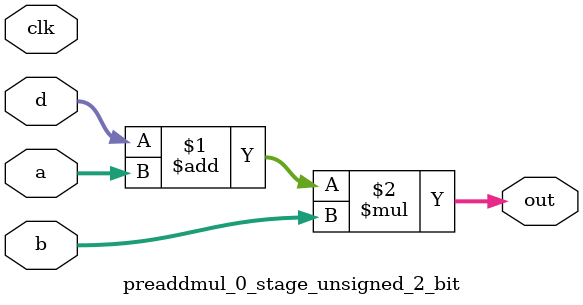
<source format=sv>
(* use_dsp = "yes" *) module preaddmul_0_stage_unsigned_2_bit(
	input  [1:0] a,
	input  [1:0] b,
	input  [1:0] d,
	output [1:0] out,
	input clk);

	assign out = (d + a) * b;
endmodule

</source>
